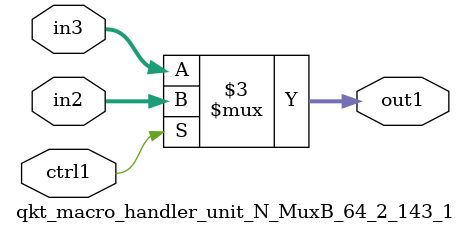
<source format=v>

`timescale 1ps / 1ps


module qkt_macro_handler_unit_N_MuxB_64_2_143_1( in3, in2, ctrl1, out1 );

    input [63:0] in3;
    input [63:0] in2;
    input ctrl1;
    output [63:0] out1;
    reg [63:0] out1;

    
    // rtl_process:qkt_macro_handler_unit_N_MuxB_64_2_143_1/qkt_macro_handler_unit_N_MuxB_64_2_143_1_thread_1
    always @*
      begin : qkt_macro_handler_unit_N_MuxB_64_2_143_1_thread_1
        case (ctrl1) 
          1'b1: 
            begin
              out1 = in2;
            end
          default: 
            begin
              out1 = in3;
            end
        endcase
      end

endmodule


</source>
